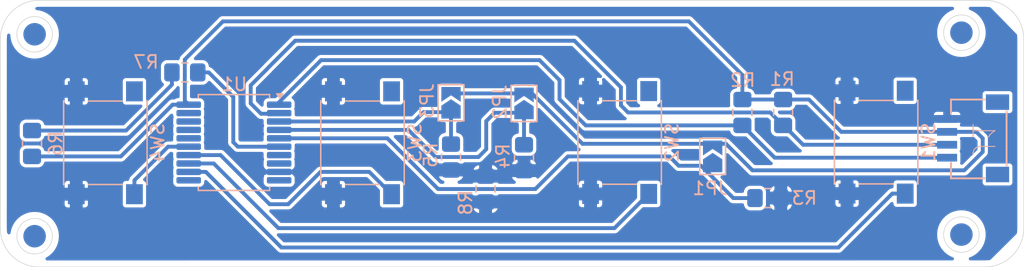
<source format=kicad_pcb>
(kicad_pcb (version 20241229) (generator "pcbnew") (generator_version "9.0")
  (layers (0 "F.Cu" signal) (2 "B.Cu" signal) (13 "F.Paste" user) (15 "B.Paste" user) (5 "F.SilkS" user "F.Silkscreen") (7 "B.SilkS" user "B.Silkscreen") (1 "F.Mask" user) (3 "B.Mask" user) (25 "Edge.Cuts" user))
  (net 0 "")
  (net 1 "/SCL")
  (net 2 "VCC")
  (net 3 "GND")
  (net 4 "/SDA")
  (net 5 "/index")
  (net 6 "/middle")
  (net 7 "/ring")
  (net 8 "/pinky")
  (net 11 "/A0")
  (net 13 "/A1")
  (net 15 "/A2")
  (net 16 "Net-(U1-~{RESET})")
  (net 21 "Net-(R6-Pad2)")
  (footprint "Button_Switch_SMD:SW_SPST_PTS645" (layer "B.Cu") (at 196.75 103.645 90)
    (property "Reference" "SW3" (at 0 4.05 90) (layer "B.SilkS") (effects (justify mirror)))
    (property "Value" "SW_Push" (hide yes))
    (fp_line (start 3.23 -3.23) (end -3.23 -3.23) (stroke (width 0.12)) (layer "B.SilkS"))
    (fp_line (start 3.23 -3.2) (end 3.23 -3.23) (stroke (width 0.12)) (layer "B.SilkS"))
    (fp_line (start -3.23 -3.2) (end -3.23 -3.23) (stroke (width 0.12)) (layer "B.SilkS"))
    (fp_line (start 3.23 -1.3) (end 3.23 1.3) (stroke (width 0.12)) (layer "B.SilkS"))
    (fp_line (start -3.23 -1.3) (end -3.23 1.3) (stroke (width 0.12)) (layer "B.SilkS"))
    (fp_line (start 3.23 3.2) (end 3.23 3.23) (stroke (width 0.12)) (layer "B.SilkS"))
    (fp_line (start 3.23 3.23) (end -3.23 3.23) (stroke (width 0.12)) (layer "B.SilkS"))
    (fp_line (start -3.23 3.23) (end -3.23 3.2) (stroke (width 0.12)) (layer "B.SilkS"))
    (pad "1" smd rect (at -3.98 2.25 90) (size 1.55 1.3) (layers "B.Cu" "B.Mask" "B.Paste") (net 7 "/ring"))
    (pad "1" smd rect (at 3.98 2.25 90) (size 1.55 1.3) (layers "B.Cu" "B.Mask" "B.Paste") (net 7 "/ring"))
    (pad "2" smd rect (at -3.98 -2.25 90) (size 1.55 1.3) (layers "B.Cu" "B.Mask" "B.Paste") (net 3 "GND"))
    (pad "2" smd rect (at 3.98 -2.25 90) (size 1.55 1.3) (layers "B.Cu" "B.Mask" "B.Paste") (net 3 "GND"))
  )
  (footprint "Resistor_SMD:R_0805_2012Metric_Pad1.20x1.40mm_HandSolder" (layer "B.Cu") (at 183 98.2)
    (property "Reference" "R7" (at -3 -0.8 0) (layer "B.SilkS") (effects (justify mirror)))
    (property "Value" "0")
    (fp_line (start 0.227064 -0.735) (end -0.227064 -0.735) (stroke (width 0.12)) (layer "B.SilkS"))
    (fp_line (start 0.227064 0.735) (end -0.227064 0.735) (stroke (width 0.12)) (layer "B.SilkS"))
    (pad "1" smd roundrect (at -1 0) (size 1.2 1.4) (layers "B.Cu" "B.Mask" "B.Paste") (roundrect_rratio 0.208333) (net 21 "Net-(R6-Pad2)"))
    (pad "2" smd roundrect (at 1 0) (size 1.2 1.4) (layers "B.Cu" "B.Mask" "B.Paste") (roundrect_rratio 0.208333) (net 16 "Net-(U1-~{RESET})"))
  )
  (footprint "Resistor_SMD:R_0805_2012Metric_Pad1.20x1.40mm_HandSolder" (layer "B.Cu") (at 171.175 103.7 90)
    (property "Reference" "R6" (at 0 1.825 90) (layer "B.SilkS") (effects (justify mirror)))
    (property "Value" "10k")
    (fp_line (start 0.227064 -0.735) (end -0.227064 -0.735) (stroke (width 0.12)) (layer "B.SilkS"))
    (fp_line (start 0.227064 0.735) (end -0.227064 0.735) (stroke (width 0.12)) (layer "B.SilkS"))
    (pad "1" smd roundrect (at -1 0 90) (size 1.2 1.4) (layers "B.Cu" "B.Mask" "B.Paste") (roundrect_rratio 0.208333) (net 2 "VCC"))
    (pad "2" smd roundrect (at 1 0 90) (size 1.2 1.4) (layers "B.Cu" "B.Mask" "B.Paste") (roundrect_rratio 0.208333) (net 21 "Net-(R6-Pad2)"))
  )
  (footprint "Button_Switch_SMD:SW_SPST_PTS645" (layer "B.Cu") (at 176.85 103.645 90)
    (property "Reference" "SW4" (at 0 4.05 90) (layer "B.SilkS") (effects (justify mirror)))
    (property "Value" "SW_Push" (hide yes))
    (fp_line (start 3.23 -3.23) (end -3.23 -3.23) (stroke (width 0.12)) (layer "B.SilkS"))
    (fp_line (start 3.23 -3.2) (end 3.23 -3.23) (stroke (width 0.12)) (layer "B.SilkS"))
    (fp_line (start -3.23 -3.2) (end -3.23 -3.23) (stroke (width 0.12)) (layer "B.SilkS"))
    (fp_line (start 3.23 -1.3) (end 3.23 1.3) (stroke (width 0.12)) (layer "B.SilkS"))
    (fp_line (start -3.23 -1.3) (end -3.23 1.3) (stroke (width 0.12)) (layer "B.SilkS"))
    (fp_line (start 3.23 3.2) (end 3.23 3.23) (stroke (width 0.12)) (layer "B.SilkS"))
    (fp_line (start 3.23 3.23) (end -3.23 3.23) (stroke (width 0.12)) (layer "B.SilkS"))
    (fp_line (start -3.23 3.23) (end -3.23 3.2) (stroke (width 0.12)) (layer "B.SilkS"))
    (pad "1" smd rect (at -3.98 2.25 90) (size 1.55 1.3) (layers "B.Cu" "B.Mask" "B.Paste") (net 8 "/pinky"))
    (pad "1" smd rect (at 3.98 2.25 90) (size 1.55 1.3) (layers "B.Cu" "B.Mask" "B.Paste") (net 8 "/pinky"))
    (pad "2" smd rect (at -3.98 -2.25 90) (size 1.55 1.3) (layers "B.Cu" "B.Mask" "B.Paste") (net 3 "GND"))
    (pad "2" smd rect (at 3.98 -2.25 90) (size 1.55 1.3) (layers "B.Cu" "B.Mask" "B.Paste") (net 3 "GND"))
  )
  (footprint "Resistor_SMD:R_0805_2012Metric_Pad1.20x1.40mm_HandSolder" (layer "B.Cu") (at 228.125 107.925 180)
    (property "Reference" "R3" (at -2.825 0 0) (layer "B.SilkS") (effects (justify mirror)))
    (property "Value" "10k")
    (fp_line (start 0.227064 0.735) (end -0.227064 0.735) (stroke (width 0.12)) (layer "B.SilkS"))
    (fp_line (start 0.227064 -0.735) (end -0.227064 -0.735) (stroke (width 0.12)) (layer "B.SilkS"))
    (pad "1" smd roundrect (at -1 0 180) (size 1.2 1.4) (layers "B.Cu" "B.Mask" "B.Paste") (roundrect_rratio 0.208333) (net 3 "GND"))
    (pad "2" smd roundrect (at 1 0 180) (size 1.2 1.4) (layers "B.Cu" "B.Mask" "B.Paste") (roundrect_rratio 0.208333) (net 11 "/A0"))
  )
  (footprint "Jumper:SolderJumper-2_P1.3mm_Open_TrianglePad1.0x1.5mm" (layer "B.Cu") (at 223.85 104.7 90)
    (property "Reference" "JP1" (at -2.475 -0.2 0) (layer "B.SilkS") (effects (justify mirror)))
    (property "Value" "SolderJumper_2_Open" (hide yes))
    (fp_line (start 1.4 -1) (end 1.4 1) (stroke (width 0.12)) (layer "B.SilkS"))
    (fp_line (start -1.4 -1) (end 1.4 -1) (stroke (width 0.12)) (layer "B.SilkS"))
    (fp_line (start 1.4 1) (end -1.4 1) (stroke (width 0.12)) (layer "B.SilkS"))
    (fp_line (start -1.4 1) (end -1.4 -1) (stroke (width 0.12)) (layer "B.SilkS"))
    (pad "1" smd custom (at -0.725 0 90) (size 0.3 0.3) (layers "B.Cu" "B.Mask") (net 11 "/A0") (options (clearance outline) (anchor rect)) (primitives (gr_poly (pts (xy 1 0) (xy 0.5 -0.75) (xy -0.5 -0.75) (xy -0.5 0.75) (xy 0.5 0.75)) (width 0) (fill yes))))
    (pad "2" smd custom (at 0.725 0 90) (size 0.3 0.3) (layers "B.Cu" "B.Mask") (net 2 "VCC") (options (clearance outline) (anchor rect)) (primitives (gr_poly (pts (xy 0.5 -0.75) (xy -0.65 -0.75) (xy -0.15 0) (xy -0.65 0.75) (xy 0.5 0.75)) (width 0) (fill yes))))
  )
  (footprint "Resistor_SMD:R_0805_2012Metric_Pad1.20x1.40mm_HandSolder" (layer "B.Cu") (at 209.25 104.8 90)
    (property "Reference" "R4" (at 0.125 -1.625 90) (layer "B.SilkS") (effects (justify mirror)))
    (property "Value" "10k")
    (fp_line (start 0.227064 -0.735) (end -0.227064 -0.735) (stroke (width 0.12)) (layer "B.SilkS"))
    (fp_line (start 0.227064 0.735) (end -0.227064 0.735) (stroke (width 0.12)) (layer "B.SilkS"))
    (pad "1" smd roundrect (at -1 0 90) (size 1.2 1.4) (layers "B.Cu" "B.Mask" "B.Paste") (roundrect_rratio 0.208333) (net 3 "GND"))
    (pad "2" smd roundrect (at 1 0 90) (size 1.2 1.4) (layers "B.Cu" "B.Mask" "B.Paste") (roundrect_rratio 0.208333) (net 13 "/A1"))
  )
  (footprint "Button_Switch_SMD:SW_SPST_PTS645" (layer "B.Cu") (at 216.65 103.625 90)
    (property "Reference" "SW2" (at 0 4.05 90) (layer "B.SilkS") (effects (justify mirror)))
    (property "Value" "SW_Push" (hide yes))
    (fp_line (start 3.23 -3.23) (end -3.23 -3.23) (stroke (width 0.12)) (layer "B.SilkS"))
    (fp_line (start 3.23 -3.2) (end 3.23 -3.23) (stroke (width 0.12)) (layer "B.SilkS"))
    (fp_line (start -3.23 -3.2) (end -3.23 -3.23) (stroke (width 0.12)) (layer "B.SilkS"))
    (fp_line (start 3.23 -1.3) (end 3.23 1.3) (stroke (width 0.12)) (layer "B.SilkS"))
    (fp_line (start -3.23 -1.3) (end -3.23 1.3) (stroke (width 0.12)) (layer "B.SilkS"))
    (fp_line (start 3.23 3.2) (end 3.23 3.23) (stroke (width 0.12)) (layer "B.SilkS"))
    (fp_line (start 3.23 3.23) (end -3.23 3.23) (stroke (width 0.12)) (layer "B.SilkS"))
    (fp_line (start -3.23 3.23) (end -3.23 3.2) (stroke (width 0.12)) (layer "B.SilkS"))
    (pad "1" smd rect (at -3.98 2.25 90) (size 1.55 1.3) (layers "B.Cu" "B.Mask" "B.Paste") (net 6 "/middle"))
    (pad "1" smd rect (at 3.98 2.25 90) (size 1.55 1.3) (layers "B.Cu" "B.Mask" "B.Paste") (net 6 "/middle"))
    (pad "2" smd rect (at -3.98 -2.25 90) (size 1.55 1.3) (layers "B.Cu" "B.Mask" "B.Paste") (net 3 "GND"))
    (pad "2" smd rect (at 3.98 -2.25 90) (size 1.55 1.3) (layers "B.Cu" "B.Mask" "B.Paste") (net 3 "GND"))
  )
  (footprint "Package_SO:SSOP-20_5.3x7.2mm_P0.65mm" (layer "B.Cu") (at 186.8 103.625 180)
    (property "Reference" "U1" (at -0.025 4.5 0) (layer "B.SilkS") (effects (justify mirror)))
    (property "Value" "MCP23008-xSS" (hide yes))
    (fp_line (start 2.76 3.71) (end 0 3.71) (stroke (width 0.12)) (layer "B.SilkS"))
    (fp_line (start 2.76 3.435) (end 2.76 3.71) (stroke (width 0.12)) (layer "B.SilkS"))
    (fp_line (start 2.76 -3.435) (end 2.76 -3.71) (stroke (width 0.12)) (layer "B.SilkS"))
    (fp_line (start 2.76 -3.71) (end 0 -3.71) (stroke (width 0.12)) (layer "B.SilkS"))
    (fp_line (start -2.76 3.71) (end 0 3.71) (stroke (width 0.12)) (layer "B.SilkS"))
    (fp_line (start -2.76 3.435) (end -2.76 3.71) (stroke (width 0.12)) (layer "B.SilkS"))
    (fp_line (start -2.76 -3.435) (end -2.76 -3.71) (stroke (width 0.12)) (layer "B.SilkS"))
    (fp_line (start -2.76 -3.71) (end 0 -3.71) (stroke (width 0.12)) (layer "B.SilkS"))
    (fp_poly (pts (xy -3.55 3.435) (xy -3.79 3.765) (xy -3.31 3.765) (xy -3.55 3.435)) (stroke (width 0.12)) (fill yes) (layer "B.SilkS"))
    (pad "1" smd roundrect (at -3.5 2.925 180) (size 1.9 0.5) (layers "B.Cu" "B.Mask" "B.Paste") (net 1 "/SCL"))
    (pad "2" smd roundrect (at -3.5 2.275 180) (size 1.9 0.5) (layers "B.Cu" "B.Mask" "B.Paste") (net 4 "/SDA"))
    (pad "3" smd roundrect (at -3.5 1.625 180) (size 1.9 0.5) (layers "B.Cu" "B.Mask" "B.Paste") (net 15 "/A2"))
    (pad "4" smd roundrect (at -3.5 0.975 180) (size 1.9 0.5) (layers "B.Cu" "B.Mask" "B.Paste") (net 13 "/A1"))
    (pad "5" smd roundrect (at -3.5 0.325 180) (size 1.9 0.5) (layers "B.Cu" "B.Mask" "B.Paste") (net 11 "/A0"))
    (pad "6" smd roundrect (at -3.5 -0.325 180) (size 1.9 0.5) (layers "B.Cu" "B.Mask" "B.Paste") (net 16 "Net-(U1-~{RESET})"))
    (pad "7" smd roundrect (at -3.5 -0.975 180) (size 1.9 0.5) (layers "B.Cu" "B.Mask" "B.Paste"))
    (pad "8" smd roundrect (at -3.5 -1.625 180) (size 1.9 0.5) (layers "B.Cu" "B.Mask" "B.Paste"))
    (pad "9" smd roundrect (at -3.5 -2.275 180) (size 1.9 0.5) (layers "B.Cu" "B.Mask" "B.Paste") (net 3 "GND"))
    (pad "10" smd roundrect (at -3.5 -2.925 180) (size 1.9 0.5) (layers "B.Cu" "B.Mask" "B.Paste"))
    (pad "11" smd roundrect (at 3.5 -2.925 180) (size 1.9 0.5) (layers "B.Cu" "B.Mask" "B.Paste"))
    (pad "12" smd roundrect (at 3.5 -2.275 180) (size 1.9 0.5) (layers "B.Cu" "B.Mask" "B.Paste") (net 5 "/index"))
    (pad "13" smd roundrect (at 3.5 -1.625 180) (size 1.9 0.5) (layers "B.Cu" "B.Mask" "B.Paste") (net 6 "/middle"))
    (pad "14" smd roundrect (at 3.5 -0.975 180) (size 1.9 0.5) (layers "B.Cu" "B.Mask" "B.Paste") (net 7 "/ring"))
    (pad "15" smd roundrect (at 3.5 -0.325 180) (size 1.9 0.5) (layers "B.Cu" "B.Mask" "B.Paste") (net 8 "/pinky"))
    (pad "16" smd roundrect (at 3.5 0.325 180) (size 1.9 0.5) (layers "B.Cu" "B.Mask" "B.Paste"))
    (pad "17" smd roundrect (at 3.5 0.975 180) (size 1.9 0.5) (layers "B.Cu" "B.Mask" "B.Paste"))
    (pad "18" smd roundrect (at 3.5 1.625 180) (size 1.9 0.5) (layers "B.Cu" "B.Mask" "B.Paste"))
    (pad "19" smd roundrect (at 3.5 2.275 180) (size 1.9 0.5) (layers "B.Cu" "B.Mask" "B.Paste"))
    (pad "20" smd roundrect (at 3.5 2.925 180) (size 1.9 0.5) (layers "B.Cu" "B.Mask" "B.Paste") (net 2 "VCC"))
  )
  (footprint "Jumper:SolderJumper-2_P1.3mm_Open_TrianglePad1.0x1.5mm" (layer "B.Cu") (at 203.6 100.55 90)
    (property "Reference" "JP3" (at 0.15 -1.85 270) (layer "B.SilkS") (effects (justify mirror)))
    (property "Value" "SolderJumper_2_Open" (hide yes))
    (fp_line (start 1.4 -1) (end 1.4 1) (stroke (width 0.12)) (layer "B.SilkS"))
    (fp_line (start -1.4 -1) (end 1.4 -1) (stroke (width 0.12)) (layer "B.SilkS"))
    (fp_line (start 1.4 1) (end -1.4 1) (stroke (width 0.12)) (layer "B.SilkS"))
    (fp_line (start -1.4 1) (end -1.4 -1) (stroke (width 0.12)) (layer "B.SilkS"))
    (pad "1" smd custom (at -0.725 0 90) (size 0.3 0.3) (layers "B.Cu" "B.Mask") (net 15 "/A2") (options (clearance outline) (anchor rect)) (primitives (gr_poly (pts (xy 1 0) (xy 0.5 -0.75) (xy -0.5 -0.75) (xy -0.5 0.75) (xy 0.5 0.75)) (width 0) (fill yes))))
    (pad "2" smd custom (at 0.725 0 90) (size 0.3 0.3) (layers "B.Cu" "B.Mask") (net 2 "VCC") (options (clearance outline) (anchor rect)) (primitives (gr_poly (pts (xy 0.5 -0.75) (xy -0.65 -0.75) (xy -0.15 0) (xy -0.65 0.75) (xy 0.5 0.75)) (width 0) (fill yes))))
  )
  (footprint "Resistor_SMD:R_0805_2012Metric_Pad1.20x1.40mm_HandSolder" (layer "B.Cu") (at 229.3 101.3 -90)
    (property "Reference" "R1" (at -2.575 0.075 0) (layer "B.SilkS") (effects (justify mirror)))
    (property "Value" "10k" (hide yes))
    (fp_line (start 0.227064 0.735) (end -0.227064 0.735) (stroke (width 0.12)) (layer "B.SilkS"))
    (fp_line (start 0.227064 -0.735) (end -0.227064 -0.735) (stroke (width 0.12)) (layer "B.SilkS"))
    (pad "1" smd roundrect (at -1 0 270) (size 1.2 1.4) (layers "B.Cu" "B.Mask" "B.Paste") (roundrect_rratio 0.208333) (net 2 "VCC"))
    (pad "2" smd roundrect (at 1 0 270) (size 1.2 1.4) (layers "B.Cu" "B.Mask" "B.Paste") (roundrect_rratio 0.208333) (net 4 "/SDA"))
  )
  (footprint "Resistor_SMD:R_0805_2012Metric_Pad1.20x1.40mm_HandSolder" (layer "B.Cu") (at 206.275 107.225 90)
    (property "Reference" "R8" (at -1.05 -1.55 90) (layer "B.SilkS") (effects (justify mirror)))
    (property "Value" "0")
    (fp_line (start 0.227064 -0.735) (end -0.227064 -0.735) (stroke (width 0.12)) (layer "B.SilkS"))
    (fp_line (start 0.227064 0.735) (end -0.227064 0.735) (stroke (width 0.12)) (layer "B.SilkS"))
    (pad "1" smd roundrect (at -1 0 90) (size 1.2 1.4) (layers "B.Cu" "B.Mask" "B.Paste") (roundrect_rratio 0.208333) (net 3 "GND"))
    (pad "2" smd roundrect (at 1 0 90) (size 1.2 1.4) (layers "B.Cu" "B.Mask" "B.Paste") (roundrect_rratio 0.208333) (net 3 "GND"))
  )
  (footprint "adafruit-connectors:JST_SH4" (layer "B.Cu") (at 244 103.3 -90)
    (property "Reference" "J1" (at -1.45 -1.781 270) (layer "B.SilkS") (effects (font (size 1.703222 1.703222) (thickness 0.074778)) (justify right top mirror)))
    (property "Value" "Conn_01x04_Socket" (hide yes))
    (fp_line (start -3 1.706) (end -3 -0.894) (stroke (width 0.1524)) (layer "B.SilkS"))
    (fp_line (start -1.9 1.706) (end -3 1.706) (stroke (width 0.1524)) (layer "B.SilkS"))
    (fp_line (start 3.1 1.706) (end 1.9 1.706) (stroke (width 0.1524)) (layer "B.SilkS"))
    (fp_line (start 3.1 -0.894) (end 3.1 1.706) (stroke (width 0.1524)) (layer "B.SilkS"))
    (fp_line (start 2.1 -2.594) (end -2.1 -2.594) (stroke (width 0.1524)) (layer "B.SilkS"))
    (pad "1" smd rect (at -1.5 2.006 180) (size 1.55 0.6) (layers "B.Cu" "B.Mask" "B.Paste") (net 3 "GND"))
    (pad "2" smd rect (at -0.5 2.006 180) (size 1.55 0.6) (layers "B.Cu" "B.Mask" "B.Paste") (net 2 "VCC"))
    (pad "3" smd rect (at 0.5 2.006 180) (size 1.55 0.6) (layers "B.Cu" "B.Mask" "B.Paste") (net 4 "/SDA"))
    (pad "4" smd rect (at 1.5 2.006 180) (size 1.55 0.6) (layers "B.Cu" "B.Mask" "B.Paste") (net 1 "/SCL"))
    (pad "MT1" smd rect (at -2.8 -1.894 180) (size 1.8 1.2) (layers "B.Cu" "B.Mask" "B.Paste"))
    (pad "MT2" smd rect (at 2.8 -1.894 180) (size 1.8 1.2) (layers "B.Cu" "B.Mask" "B.Paste"))
  )
  (footprint "Jumper:SolderJumper-2_P1.3mm_Open_TrianglePad1.0x1.5mm" (layer "B.Cu") (at 209.25 100.6 90)
    (property "Reference" "JP2" (at 0.1 -1.875 270) (layer "B.SilkS") (effects (justify mirror)))
    (property "Value" "SolderJumper_2_Open" (hide yes))
    (fp_line (start 1.4 -1) (end 1.4 1) (stroke (width 0.12)) (layer "B.SilkS"))
    (fp_line (start -1.4 -1) (end 1.4 -1) (stroke (width 0.12)) (layer "B.SilkS"))
    (fp_line (start 1.4 1) (end -1.4 1) (stroke (width 0.12)) (layer "B.SilkS"))
    (fp_line (start -1.4 1) (end -1.4 -1) (stroke (width 0.12)) (layer "B.SilkS"))
    (pad "1" smd custom (at -0.725 0 90) (size 0.3 0.3) (layers "B.Cu" "B.Mask") (net 13 "/A1") (options (clearance outline) (anchor rect)) (primitives (gr_poly (pts (xy 1 0) (xy 0.5 -0.75) (xy -0.5 -0.75) (xy -0.5 0.75) (xy 0.5 0.75)) (width 0) (fill yes))))
    (pad "2" smd custom (at 0.725 0 90) (size 0.3 0.3) (layers "B.Cu" "B.Mask") (net 2 "VCC") (options (clearance outline) (anchor rect)) (primitives (gr_poly (pts (xy 0.5 -0.75) (xy -0.65 -0.75) (xy -0.15 0) (xy -0.65 0.75) (xy 0.5 0.75)) (width 0) (fill yes))))
  )
  (footprint "Resistor_SMD:R_0805_2012Metric_Pad1.20x1.40mm_HandSolder" (layer "B.Cu") (at 203.6 104.75 90)
    (property "Reference" "R5" (at 0.15 -1.575 270) (layer "B.SilkS") (effects (justify mirror)))
    (property "Value" "10k" (hide yes))
    (fp_line (start 0.227064 -0.735) (end -0.227064 -0.735) (stroke (width 0.12)) (layer "B.SilkS"))
    (fp_line (start 0.227064 0.735) (end -0.227064 0.735) (stroke (width 0.12)) (layer "B.SilkS"))
    (pad "1" smd roundrect (at -1 0 90) (size 1.2 1.4) (layers "B.Cu" "B.Mask" "B.Paste") (roundrect_rratio 0.208333) (net 3 "GND"))
    (pad "2" smd roundrect (at 1 0 90) (size 1.2 1.4) (layers "B.Cu" "B.Mask" "B.Paste") (roundrect_rratio 0.208333) (net 15 "/A2"))
  )
  (footprint "Button_Switch_SMD:SW_SPST_PTS645" (layer "B.Cu") (at 236.5 103.6 90)
    (property "Reference" "SW1" (at 0 4.05 90) (layer "B.SilkS") (effects (justify mirror)))
    (property "Value" "SW_Push" (hide yes))
    (fp_line (start 3.23 -3.23) (end -3.23 -3.23) (stroke (width 0.12)) (layer "B.SilkS"))
    (fp_line (start 3.23 -3.2) (end 3.23 -3.23) (stroke (width 0.12)) (layer "B.SilkS"))
    (fp_line (start -3.23 -3.2) (end -3.23 -3.23) (stroke (width 0.12)) (layer "B.SilkS"))
    (fp_line (start 3.23 -1.3) (end 3.23 1.3) (stroke (width 0.12)) (layer "B.SilkS"))
    (fp_line (start -3.23 -1.3) (end -3.23 1.3) (stroke (width 0.12)) (layer "B.SilkS"))
    (fp_line (start 3.23 3.2) (end 3.23 3.23) (stroke (width 0.12)) (layer "B.SilkS"))
    (fp_line (start 3.23 3.23) (end -3.23 3.23) (stroke (width 0.12)) (layer "B.SilkS"))
    (fp_line (start -3.23 3.23) (end -3.23 3.2) (stroke (width 0.12)) (layer "B.SilkS"))
    (pad "1" smd rect (at -3.98 2.25 90) (size 1.55 1.3) (layers "B.Cu" "B.Mask" "B.Paste") (net 5 "/index"))
    (pad "1" smd rect (at 3.98 2.25 90) (size 1.55 1.3) (layers "B.Cu" "B.Mask" "B.Paste") (net 5 "/index"))
    (pad "2" smd rect (at -3.98 -2.25 90) (size 1.55 1.3) (layers "B.Cu" "B.Mask" "B.Paste") (net 3 "GND"))
    (pad "2" smd rect (at 3.98 -2.25 90) (size 1.55 1.3) (layers "B.Cu" "B.Mask" "B.Paste") (net 3 "GND"))
  )
  (footprint "Resistor_SMD:R_0805_2012Metric_Pad1.20x1.40mm_HandSolder" (layer "B.Cu") (at 226.15 101.3 -90)
    (property "Reference" "R2" (at -2.5 -0.025 0) (layer "B.SilkS") (effects (justify mirror)))
    (property "Value" "10k")
    (fp_line (start 0.227064 0.735) (end -0.227064 0.735) (stroke (width 0.12)) (layer "B.SilkS"))
    (fp_line (start 0.227064 -0.735) (end -0.227064 -0.735) (stroke (width 0.12)) (layer "B.SilkS"))
    (pad "1" smd roundrect (at -1 0 270) (size 1.2 1.4) (layers "B.Cu" "B.Mask" "B.Paste") (roundrect_rratio 0.208333) (net 2 "VCC"))
    (pad "2" smd roundrect (at 1 0 270) (size 1.2 1.4) (layers "B.Cu" "B.Mask" "B.Paste") (roundrect_rratio 0.208333) (net 1 "/SCL"))
  )
  (gr_circle (center 171.375 110.875) (end 170 110.875) (stroke (width 0.05)) (fill no) (layer "Edge.Cuts"))
  (gr_arc (start 171.72132 113.25368) (mid 169.599994 112.375006) (end 168.72132 110.25368) (stroke (width 0.05)) (layer "Edge.Cuts"))
  (gr_line (start 247.928702 110.25) (end 247.92868 95.621295) (stroke (width 0.05)) (layer "Edge.Cuts"))
  (gr_arc (start 168.725 95.598775) (mid 169.620489 93.483184) (end 171.75 92.621319) (stroke (width 0.05)) (layer "Edge.Cuts"))
  (gr_arc (start 247.928702 110.25) (mid 247.048713 112.37263) (end 244.925 113.25) (stroke (width 0.05)) (layer "Edge.Cuts"))
  (gr_circle (center 243.1 95.125) (end 241.725 95.125) (stroke (width 0.05)) (fill no) (layer "Edge.Cuts"))
  (gr_arc (start 244.92868 92.62132) (mid 247.050006 93.499994) (end 247.92868 95.62132) (stroke (width 0.05)) (layer "Edge.Cuts"))
  (gr_line (start 171.7213 113.25368) (end 244.925 113.25) (stroke (width 0.05)) (layer "Edge.Cuts"))
  (gr_circle (center 171.375 95.25) (end 170 95.25) (stroke (width 0.05)) (fill no) (layer "Edge.Cuts"))
  (gr_circle (center 243.1 110.75) (end 241.725 110.75) (stroke (width 0.05)) (fill no) (layer "Edge.Cuts"))
  (gr_line (start 168.725 95.6) (end 168.721319 110.253981) (stroke (width 0.05)) (layer "Edge.Cuts"))
  (gr_line (start 244.92868 92.62132) (end 171.75 92.62132) (stroke (width 0.05)) (layer "Edge.Cuts"))
  (segment (start 212 98.8) (end 210.45 97.25) (width 0.3) (layer "B.Cu") (net 1))
  (segment (start 193.55 97.25) (end 190.3 100.5) (width 0.3) (layer "B.Cu") (net 1))
  (segment (start 190.3 100.5) (end 190.3 100.7) (width 0.3) (layer "B.Cu") (net 1))
  (segment (start 226.15 102.3) (end 228.65 104.8) (width 0.3) (layer "B.Cu") (net 1))
  (segment (start 226.15 102.3) (end 214.025 102.3) (width 0.3) (layer "B.Cu") (net 1))
  (segment (start 214.025 102.3) (end 212 100.275) (width 0.3) (layer "B.Cu") (net 1))
  (segment (start 210.45 97.25) (end 193.55 97.25) (width 0.3) (layer "B.Cu") (net 1))
  (segment (start 212 100.275) (end 212 98.8) (width 0.3) (layer "B.Cu") (net 1))
  (segment (start 228.65 104.8) (end 241.994 104.8) (width 0.3) (layer "B.Cu") (net 1))
  (segment (start 183 97.2) (end 183 100.4) (width 0.3) (layer "B.Cu") (net 2))
  (segment (start 226.15 100.3) (end 226.15 98.4) (width 0.3) (layer "B.Cu") (net 2))
  (segment (start 244.75 104.35) (end 243.325 105.775) (width 0.3) (layer "B.Cu") (net 2))
  (segment (start 203.775 99.7) (end 203.775 99.825) (width 0.3) (layer "B.Cu") (net 2))
  (segment (start 244.75 103.3) (end 244.75 104.35) (width 0.3) (layer "B.Cu") (net 2))
  (segment (start 203.675 99.6) (end 203.775 99.7) (width 0.3) (layer "B.Cu") (net 2))
  (segment (start 229.3 100.3) (end 226.15 100.3) (width 0.3) (layer "B.Cu") (net 2))
  (segment (start 233.8 102.8) (end 244.25 102.8) (width 0.3) (layer "B.Cu") (net 2))
  (segment (start 209.2 99.825) (end 209.25 99.875) (width 0.3) (layer "B.Cu") (net 2))
  (segment (start 182.05 100.7) (end 183.3 100.7) (width 0.3) (layer "B.Cu") (net 2))
  (segment (start 178.05 104.7) (end 182.05 100.7) (width 0.3) (layer "B.Cu") (net 2))
  (segment (start 185.95 94.25) (end 183 97.2) (width 0.3) (layer "B.Cu") (net 2))
  (segment (start 224.875 103.725) (end 213.775 103.725) (width 0.3) (layer "B.Cu") (net 2))
  (segment (start 244.25 102.8) (end 244.75 103.3) (width 0.3) (layer "B.Cu") (net 2))
  (segment (start 222 94.25) (end 185.95 94.25) (width 0.3) (layer "B.Cu") (net 2))
  (segment (start 203.6 99.825) (end 209.2 99.825) (width 0.3) (layer "B.Cu") (net 2))
  (segment (start 229.3 100.3) (end 231.3 100.3) (width 0.3) (layer "B.Cu") (net 2))
  (segment (start 243.325 105.775) (end 226.925 105.775) (width 0.3) (layer "B.Cu") (net 2))
  (segment (start 209.925 99.875) (end 209.25 99.875) (width 0.3) (layer "B.Cu") (net 2))
  (segment (start 213.775 103.725) (end 209.925 99.875) (width 0.3) (layer "B.Cu") (net 2))
  (segment (start 226.15 98.4) (end 222 94.25) (width 0.3) (layer "B.Cu") (net 2))
  (segment (start 231.3 100.3) (end 233.8 102.8) (width 0.3) (layer "B.Cu") (net 2))
  (segment (start 226.925 105.775) (end 224.875 103.725) (width 0.3) (layer "B.Cu") (net 2))
  (segment (start 183 100.4) (end 183.3 100.7) (width 0.3) (layer "B.Cu") (net 2))
  (segment (start 171.175 104.7) (end 178.05 104.7) (width 0.3) (layer "B.Cu") (net 2))
  (segment (start 228.3 101.3) (end 229.3 102.3) (width 0.3) (layer "B.Cu") (net 4))
  (segment (start 188.9 101.4) (end 189.7 101.4) (width 0.3) (layer "B.Cu") (net 4))
  (segment (start 216.75 99.35) (end 216.75 100.75) (width 0.3) (layer "B.Cu") (net 4))
  (segment (start 189.387292 97.912708) (end 188.1 99.2) (width 0.3) (layer "B.Cu") (net 4))
  (segment (start 230.85 103.8) (end 241.994 103.8) (width 0.3) (layer "B.Cu") (net 4))
  (segment (start 217.3 101.3) (end 228.3 101.3) (width 0.3) (layer "B.Cu") (net 4))
  (segment (start 191.538741 95.75) (end 213.15 95.75) (width 0.3) (layer "B.Cu") (net 4))
  (segment (start 229.35 102.3) (end 230.85 103.8) (width 0.3) (layer "B.Cu") (net 4))
  (segment (start 188.1 100.6) (end 188.9 101.4) (width 0.3) (layer "B.Cu") (net 4))
  (segment (start 213.15 95.75) (end 216.75 99.35) (width 0.3) (layer "B.Cu") (net 4))
  (segment (start 188.1 99.2) (end 188.1 100.6) (width 0.3) (layer "B.Cu") (net 4))
  (segment (start 189.426033 97.862708) (end 191.538741 95.75) (width 0.3) (layer "B.Cu") (net 4))
  (segment (start 216.75 100.75) (end 217.3 101.3) (width 0.3) (layer "B.Cu") (net 4))
  (segment (start 229.3 102.3) (end 229.35 102.3) (width 0.3) (layer "B.Cu") (net 4))
  (segment (start 190.475 111.75) (end 233.58 111.75) (width 0.3) (layer "B.Cu") (net 5))
  (segment (start 184.625 105.9) (end 190.475 111.75) (width 0.3) (layer "B.Cu") (net 5))
  (segment (start 233.58 111.75) (end 237.75 107.58) (width 0.3) (layer "B.Cu") (net 5))
  (segment (start 183.3 105.9) (end 184.625 105.9) (width 0.3) (layer "B.Cu") (net 5))
  (segment (start 237.75 107.58) (end 238.75 107.58) (width 0.3) (layer "B.Cu") (net 5))
  (segment (start 218.9 107.605) (end 216.255 110.25) (width 0.3) (layer "B.Cu") (net 6))
  (segment (start 216.255 110.25) (end 190.2375 110.25) (width 0.3) (layer "B.Cu") (net 6))
  (segment (start 190.2375 110.25) (end 185.2375 105.25) (width 0.3) (layer "B.Cu") (net 6))
  (segment (start 185.2375 105.25) (end 183.3 105.25) (width 0.3) (layer "B.Cu") (net 6))
  (segment (start 193.5 105.9) (end 197.275 105.9) (width 0.3) (layer "B.Cu") (net 7))
  (segment (start 191 108.4) (end 193.5 105.9) (width 0.3) (layer "B.Cu") (net 7))
  (segment (start 189.5625 108.4) (end 191 108.4) (width 0.3) (layer "B.Cu") (net 7))
  (segment (start 183.3 104.6) (end 185.7625 104.6) (width 0.3) (layer "B.Cu") (net 7))
  (segment (start 185.7625 104.6) (end 189.5625 108.4) (width 0.3) (layer "B.Cu") (net 7))
  (segment (start 197.275 105.9) (end 199 107.625) (width 0.3) (layer "B.Cu") (net 7))
  (segment (start 183.3 103.95) (end 181.7 103.95) (width 0.3) (layer "B.Cu") (net 8))
  (segment (start 179.1 106.55) (end 179.1 107.625) (width 0.3) (layer "B.Cu") (net 8))
  (segment (start 181.7 103.95) (end 179.1 106.55) (width 0.3) (layer "B.Cu") (net 8))
  (segment (start 220.5 104.7) (end 221.225 105.425) (width 0.3) (layer "B.Cu") (net 11))
  (segment (start 210.125 107.225) (end 212.65 104.7) (width 0.3) (layer "B.Cu") (net 11))
  (segment (start 202.6 107.225) (end 210.125 107.225) (width 0.3) (layer "B.Cu") (net 11))
  (segment (start 198.675 103.3) (end 202.6 107.225) (width 0.3) (layer "B.Cu") (net 11))
  (segment (start 221.225 105.425) (end 222.95 105.425) (width 0.3) (layer "B.Cu") (net 11))
  (segment (start 227.125 107.925) (end 225.45 107.925) (width 0.3) (layer "B.Cu") (net 11))
  (segment (start 190.3 103.3) (end 198.675 103.3) (width 0.3) (layer "B.Cu") (net 11))
  (segment (start 212.65 104.7) (end 220.5 104.7) (width 0.3) (layer "B.Cu") (net 11))
  (segment (start 225.45 107.925) (end 222.95 105.425) (width 0.3) (layer "B.Cu") (net 11))
  (segment (start 206.325 104.15) (end 206.325 101.975) (width 0.3) (layer "B.Cu") (net 13))
  (segment (start 206.325 101.975) (end 206.975 101.325) (width 0.3) (layer "B.Cu") (net 13))
  (segment (start 202.4 104.75) (end 205.725 104.75) (width 0.3) (layer "B.Cu") (net 13))
  (segment (start 200.3 102.65) (end 202.4 104.75) (width 0.3) (layer "B.Cu") (net 13))
  (segment (start 205.725 104.75) (end 206.325 104.15) (width 0.3) (layer "B.Cu") (net 13))
  (segment (start 190.3 102.65) (end 200.3 102.65) (width 0.3) (layer "B.Cu") (net 13))
  (segment (start 209.25 103.8) (end 209.25 101.325) (width 0.3) (layer "B.Cu") (net 13))
  (segment (start 206.975 101.325) (end 209.25 101.325) (width 0.3) (layer "B.Cu") (net 13))
  (segment (start 200.75 102) (end 201.475 101.275) (width 0.3) (layer "B.Cu") (net 15))
  (segment (start 203.7 103.75) (end 203.8 103.75) (width 0.3) (layer "B.Cu") (net 15))
  (segment (start 201.475 101.275) (end 203.6 101.275) (width 0.3) (layer "B.Cu") (net 15))
  (segment (start 203.6 101.275) (end 203.6 103.75) (width 0.3) (layer "B.Cu") (net 15))
  (segment (start 190.3 102) (end 200.75 102) (width 0.3) (layer "B.Cu") (net 15))
  (segment (start 203.85 101.35) (end 203.775 101.275) (width 0.3) (layer "B.Cu") (net 15))
  (segment (start 203.8 103.75) (end 203.775 103.725) (width 0.3) (layer "B.Cu") (net 15))
  (segment (start 184.85 98.2) (end 184 98.2) (width 0.3) (layer "B.Cu") (net 16))
  (segment (start 187.1 103.95) (end 186.75 103.6) (width 0.3) (layer "B.Cu") (net 16))
  (segment (start 190.3 103.95) (end 187.1 103.95) (width 0.3) (layer "B.Cu") (net 16))
  (segment (start 186.75 103.6) (end 186.75 100.1) (width 0.3) (layer "B.Cu") (net 16))
  (segment (start 186.75 100.1) (end 184.85 98.2) (width 0.3) (layer "B.Cu") (net 16))
  (segment (start 182 98.2) (end 182 99.15) (width 0.3) (layer "B.Cu") (net 21))
  (segment (start 182 99.15) (end 178.45 102.7) (width 0.3) (layer "B.Cu") (net 21))
  (segment (start 178.45 102.7) (end 171.175 102.7) (width 0.3) (layer "B.Cu") (net 21))
  (zone (net 3) (net_name "GND") (layer "B.Cu") (connect_pads (clearance 0.25)) (min_thickness 0.25) (fill yes (thermal_gap 0.25) (thermal_bridge_width 1) (island_removal_mode 1) (island_area_min 10))
    (polygon (pts (xy 244.85 92.65) (xy 171.825 92.65) (xy 168.775 95.75) (xy 168.775 110.175) (xy 171.85 113.2) (xy 244.85 113.2) (xy 247.825 110.25) (xy 247.85 95.725)))
  )
)
</source>
